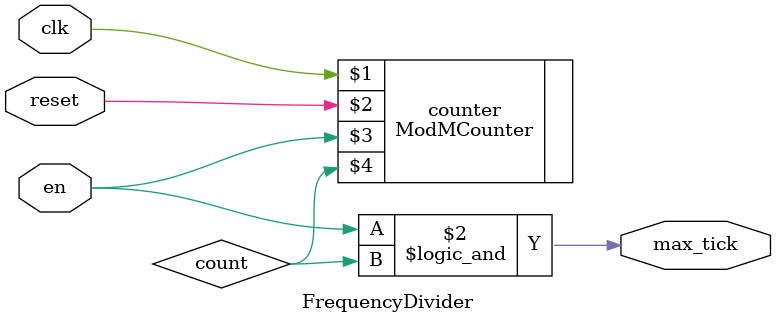
<source format=v>

`timescale 1ns / 1ps

module FrequencyDivider #( parameter M = 2, parameter N = 1 )( input clk, input reset, input en, output max_tick );

	wire [N-1:0] count;

	ModMCounter #( M, N ) counter ( clk, reset, en, count );
	
	// Output
	assign max_tick = en && count == M - 1 ;

endmodule


</source>
